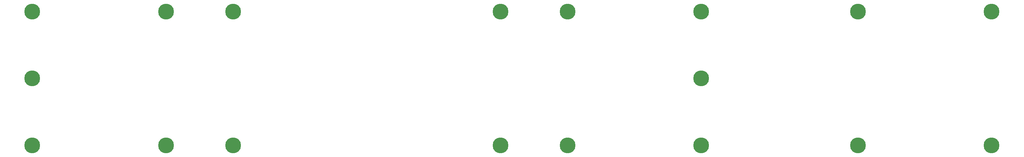
<source format=gbr>
G04 #@! TF.GenerationSoftware,KiCad,Pcbnew,(5.1.2-1)-1*
G04 #@! TF.CreationDate,2020-05-23T14:35:46-05:00*
G04 #@! TF.ProjectId,therick48.16_top_plate,74686572-6963-46b3-9438-2e31365f746f,rev?*
G04 #@! TF.SameCoordinates,Original*
G04 #@! TF.FileFunction,Copper,L1,Top*
G04 #@! TF.FilePolarity,Positive*
%FSLAX46Y46*%
G04 Gerber Fmt 4.6, Leading zero omitted, Abs format (unit mm)*
G04 Created by KiCad (PCBNEW (5.1.2-1)-1) date 2020-05-23 14:35:46*
%MOMM*%
%LPD*%
G04 APERTURE LIST*
%ADD10C,4.500000*%
G04 APERTURE END LIST*
D10*
X254980000Y-53580000D03*
X121980000Y-91580000D03*
X197980000Y-53580000D03*
X254980000Y-91580000D03*
X121980000Y-53580000D03*
X64980000Y-91580000D03*
X197980000Y-91580000D03*
X64980000Y-53580000D03*
X337440009Y-91580000D03*
X299440009Y-91580000D03*
X337440009Y-53580000D03*
X299440009Y-53580000D03*
X64980000Y-72580000D03*
X102980000Y-53580000D03*
X102980000Y-91580000D03*
X216980000Y-53580000D03*
X216980000Y-91580000D03*
X254980000Y-72580000D03*
M02*

</source>
